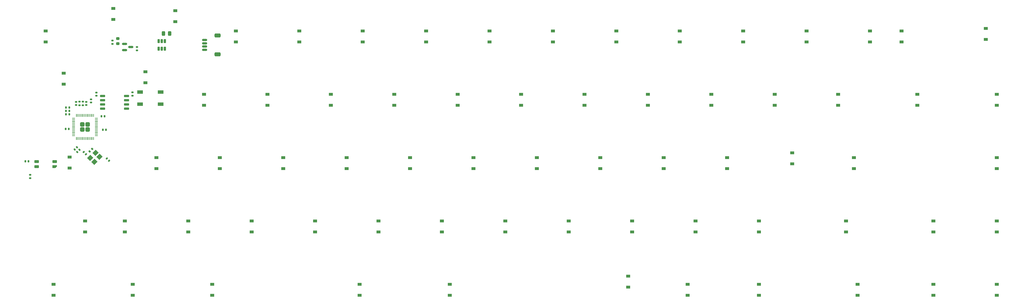
<source format=gbr>
%TF.GenerationSoftware,KiCad,Pcbnew,7.0.1*%
%TF.CreationDate,2023-04-18T09:41:53+03:00*%
%TF.ProjectId,rp2040-bakeneko65,72703230-3430-42d6-9261-6b656e656b6f,rev?*%
%TF.SameCoordinates,Original*%
%TF.FileFunction,Paste,Bot*%
%TF.FilePolarity,Positive*%
%FSLAX46Y46*%
G04 Gerber Fmt 4.6, Leading zero omitted, Abs format (unit mm)*
G04 Created by KiCad (PCBNEW 7.0.1) date 2023-04-18 09:41:53*
%MOMM*%
%LPD*%
G01*
G04 APERTURE LIST*
G04 Aperture macros list*
%AMRoundRect*
0 Rectangle with rounded corners*
0 $1 Rounding radius*
0 $2 $3 $4 $5 $6 $7 $8 $9 X,Y pos of 4 corners*
0 Add a 4 corners polygon primitive as box body*
4,1,4,$2,$3,$4,$5,$6,$7,$8,$9,$2,$3,0*
0 Add four circle primitives for the rounded corners*
1,1,$1+$1,$2,$3*
1,1,$1+$1,$4,$5*
1,1,$1+$1,$6,$7*
1,1,$1+$1,$8,$9*
0 Add four rect primitives between the rounded corners*
20,1,$1+$1,$2,$3,$4,$5,0*
20,1,$1+$1,$4,$5,$6,$7,0*
20,1,$1+$1,$6,$7,$8,$9,0*
20,1,$1+$1,$8,$9,$2,$3,0*%
%AMRotRect*
0 Rectangle, with rotation*
0 The origin of the aperture is its center*
0 $1 length*
0 $2 width*
0 $3 Rotation angle, in degrees counterclockwise*
0 Add horizontal line*
21,1,$1,$2,0,0,$3*%
%AMFreePoly0*
4,1,18,-0.410000,0.593000,-0.403758,0.624380,-0.385983,0.650983,-0.359380,0.668758,-0.328000,0.675000,0.328000,0.675000,0.359380,0.668758,0.385983,0.650983,0.403758,0.624380,0.410000,0.593000,0.410000,-0.593000,0.403758,-0.624380,0.385983,-0.650983,0.359380,-0.668758,0.328000,-0.675000,0.000000,-0.675000,-0.410000,-0.265000,-0.410000,0.593000,-0.410000,0.593000,$1*%
G04 Aperture macros list end*
%ADD10RoundRect,0.140000X0.140000X0.170000X-0.140000X0.170000X-0.140000X-0.170000X0.140000X-0.170000X0*%
%ADD11R,1.200000X0.900000*%
%ADD12RoundRect,0.140000X0.170000X-0.140000X0.170000X0.140000X-0.170000X0.140000X-0.170000X-0.140000X0*%
%ADD13RoundRect,0.135000X-0.185000X0.135000X-0.185000X-0.135000X0.185000X-0.135000X0.185000X0.135000X0*%
%ADD14RoundRect,0.082000X0.593000X-0.328000X0.593000X0.328000X-0.593000X0.328000X-0.593000X-0.328000X0*%
%ADD15FreePoly0,90.000000*%
%ADD16RoundRect,0.140000X-0.021213X0.219203X-0.219203X0.021213X0.021213X-0.219203X0.219203X-0.021213X0*%
%ADD17R,1.800000X1.100000*%
%ADD18RoundRect,0.140000X-0.140000X-0.170000X0.140000X-0.170000X0.140000X0.170000X-0.140000X0.170000X0*%
%ADD19RoundRect,0.050000X0.050000X0.387500X-0.050000X0.387500X-0.050000X-0.387500X0.050000X-0.387500X0*%
%ADD20RoundRect,0.050000X0.387500X0.050000X-0.387500X0.050000X-0.387500X-0.050000X0.387500X-0.050000X0*%
%ADD21RoundRect,0.249999X0.395001X0.395001X-0.395001X0.395001X-0.395001X-0.395001X0.395001X-0.395001X0*%
%ADD22RoundRect,0.140000X-0.219203X-0.021213X-0.021213X-0.219203X0.219203X0.021213X0.021213X0.219203X0*%
%ADD23RotRect,1.400000X1.200000X45.000000*%
%ADD24RoundRect,0.135000X0.185000X-0.135000X0.185000X0.135000X-0.185000X0.135000X-0.185000X-0.135000X0*%
%ADD25RoundRect,0.140000X0.219203X0.021213X0.021213X0.219203X-0.219203X-0.021213X-0.021213X-0.219203X0*%
%ADD26RoundRect,0.150000X-0.587500X-0.150000X0.587500X-0.150000X0.587500X0.150000X-0.587500X0.150000X0*%
%ADD27RoundRect,0.150000X0.650000X0.150000X-0.650000X0.150000X-0.650000X-0.150000X0.650000X-0.150000X0*%
%ADD28RoundRect,0.140000X-0.170000X0.140000X-0.170000X-0.140000X0.170000X-0.140000X0.170000X0.140000X0*%
%ADD29RoundRect,0.150000X0.150000X-0.475000X0.150000X0.475000X-0.150000X0.475000X-0.150000X-0.475000X0*%
%ADD30RoundRect,0.150000X-0.625000X0.150000X-0.625000X-0.150000X0.625000X-0.150000X0.625000X0.150000X0*%
%ADD31RoundRect,0.250000X-0.650000X0.350000X-0.650000X-0.350000X0.650000X-0.350000X0.650000X0.350000X0*%
%ADD32RoundRect,0.225000X0.250000X-0.225000X0.250000X0.225000X-0.250000X0.225000X-0.250000X-0.225000X0*%
%ADD33RoundRect,0.135000X0.035355X-0.226274X0.226274X-0.035355X-0.035355X0.226274X-0.226274X0.035355X0*%
%ADD34RoundRect,0.243750X-0.243750X-0.456250X0.243750X-0.456250X0.243750X0.456250X-0.243750X0.456250X0*%
G04 APERTURE END LIST*
D10*
%TO.C,C15*%
X83309194Y-121074731D03*
X82349194Y-121074731D03*
%TD*%
D11*
%TO.C,D29*%
X295275000Y-118331250D03*
X295275000Y-115031250D03*
%TD*%
%TO.C,D56*%
X176212500Y-156431250D03*
X176212500Y-153131250D03*
%TD*%
%TO.C,D40*%
X185737500Y-137381250D03*
X185737500Y-134081250D03*
%TD*%
%TO.C,D14*%
X323850000Y-99281250D03*
X323850000Y-95981250D03*
%TD*%
%TO.C,D39*%
X166687500Y-137381250D03*
X166687500Y-134081250D03*
%TD*%
%TO.C,D49*%
X361950000Y-137381250D03*
X361950000Y-134081250D03*
%TD*%
%TO.C,D43*%
X242887500Y-137381250D03*
X242887500Y-134081250D03*
%TD*%
D10*
%TO.C,C14*%
X83309194Y-120058731D03*
X82349194Y-120058731D03*
%TD*%
D11*
%TO.C,D84*%
X361950000Y-175481250D03*
X361950000Y-172181250D03*
%TD*%
D12*
%TO.C,C5*%
X96266000Y-99893000D03*
X96266000Y-98933000D03*
%TD*%
D11*
%TO.C,D52*%
X100012500Y-156431250D03*
X100012500Y-153131250D03*
%TD*%
%TO.C,D77*%
X251206000Y-173099000D03*
X251206000Y-169799000D03*
%TD*%
%TO.C,D1*%
X76200000Y-99281250D03*
X76200000Y-95981250D03*
%TD*%
D12*
%TO.C,C6*%
X85372006Y-118296732D03*
X85372006Y-117336732D03*
%TD*%
%TO.C,C1*%
X91440000Y-115514000D03*
X91440000Y-114554000D03*
%TD*%
D11*
%TO.C,D70*%
X126238000Y-175514000D03*
X126238000Y-172214000D03*
%TD*%
D13*
%TO.C,R2*%
X86388006Y-117306732D03*
X86388006Y-118326732D03*
%TD*%
D14*
%TO.C,LED1*%
X73475000Y-135298750D03*
X73475000Y-136798750D03*
X78925000Y-135298750D03*
D15*
X78925000Y-136798750D03*
%TD*%
D10*
%TO.C,C16*%
X83157000Y-125476000D03*
X82197000Y-125476000D03*
%TD*%
D11*
%TO.C,D24*%
X200025000Y-118331250D03*
X200025000Y-115031250D03*
%TD*%
%TO.C,D68*%
X102393750Y-175481250D03*
X102393750Y-172181250D03*
%TD*%
D12*
%TO.C,C8*%
X89817006Y-117534732D03*
X89817006Y-116574732D03*
%TD*%
D11*
%TO.C,D72*%
X170561000Y-175513000D03*
X170561000Y-172213000D03*
%TD*%
%TO.C,D33*%
X361950000Y-118331250D03*
X361950000Y-115031250D03*
%TD*%
%TO.C,D18*%
X81661000Y-112013000D03*
X81661000Y-108713000D03*
%TD*%
%TO.C,D38*%
X147637500Y-137381250D03*
X147637500Y-134081250D03*
%TD*%
D16*
%TO.C,C11*%
X86385194Y-131742731D03*
X85706372Y-132421553D03*
%TD*%
D11*
%TO.C,D35*%
X83439000Y-137285000D03*
X83439000Y-133985000D03*
%TD*%
%TO.C,D51*%
X88106250Y-156431250D03*
X88106250Y-153131250D03*
%TD*%
%TO.C,D37*%
X128587500Y-137381250D03*
X128587500Y-134081250D03*
%TD*%
%TO.C,D30*%
X314325000Y-118331250D03*
X314325000Y-115031250D03*
%TD*%
%TO.C,D46*%
X300482000Y-136016000D03*
X300482000Y-132716000D03*
%TD*%
%TO.C,D7*%
X190500000Y-99281250D03*
X190500000Y-95981250D03*
%TD*%
D17*
%TO.C,SW85*%
X110796000Y-114355000D03*
X104596000Y-114355000D03*
X110796000Y-118055000D03*
X104596000Y-118055000D03*
%TD*%
D11*
%TO.C,D58*%
X214312500Y-156431250D03*
X214312500Y-153131250D03*
%TD*%
%TO.C,D82*%
X320167000Y-175481250D03*
X320167000Y-172181250D03*
%TD*%
%TO.C,D27*%
X257175000Y-118331250D03*
X257175000Y-115031250D03*
%TD*%
D18*
%TO.C,C12*%
X92992000Y-121666000D03*
X93952000Y-121666000D03*
%TD*%
D11*
%TO.C,D80*%
X290512500Y-175481250D03*
X290512500Y-172181250D03*
%TD*%
%TO.C,D5*%
X152400000Y-99281250D03*
X152400000Y-95981250D03*
%TD*%
%TO.C,D64*%
X342900000Y-156431250D03*
X342900000Y-153131250D03*
%TD*%
%TO.C,D61*%
X271462500Y-156431250D03*
X271462500Y-153131250D03*
%TD*%
D19*
%TO.C,U1*%
X90630506Y-121450232D03*
X90230506Y-121450232D03*
X89830506Y-121450232D03*
X89430506Y-121450232D03*
X89030506Y-121450232D03*
X88630506Y-121450232D03*
X88230506Y-121450232D03*
X87830506Y-121450232D03*
X87430506Y-121450232D03*
X87030506Y-121450232D03*
X86630506Y-121450232D03*
X86230506Y-121450232D03*
X85830506Y-121450232D03*
X85430506Y-121450232D03*
D20*
X84593006Y-122287732D03*
X84593006Y-122687732D03*
X84593006Y-123087732D03*
X84593006Y-123487732D03*
X84593006Y-123887732D03*
X84593006Y-124287732D03*
X84593006Y-124687732D03*
X84593006Y-125087732D03*
X84593006Y-125487732D03*
X84593006Y-125887732D03*
X84593006Y-126287732D03*
X84593006Y-126687732D03*
X84593006Y-127087732D03*
X84593006Y-127487732D03*
D19*
X85430506Y-128325232D03*
X85830506Y-128325232D03*
X86230506Y-128325232D03*
X86630506Y-128325232D03*
X87030506Y-128325232D03*
X87430506Y-128325232D03*
X87830506Y-128325232D03*
X88230506Y-128325232D03*
X88630506Y-128325232D03*
X89030506Y-128325232D03*
X89430506Y-128325232D03*
X89830506Y-128325232D03*
X90230506Y-128325232D03*
X90630506Y-128325232D03*
D20*
X91468006Y-127487732D03*
X91468006Y-127087732D03*
X91468006Y-126687732D03*
X91468006Y-126287732D03*
X91468006Y-125887732D03*
X91468006Y-125487732D03*
X91468006Y-125087732D03*
X91468006Y-124687732D03*
X91468006Y-124287732D03*
X91468006Y-123887732D03*
X91468006Y-123487732D03*
X91468006Y-123087732D03*
X91468006Y-122687732D03*
X91468006Y-122287732D03*
D21*
X87230506Y-124087732D03*
X87230506Y-125687732D03*
X88830506Y-124087732D03*
X88830506Y-125687732D03*
%TD*%
D11*
%TO.C,D11*%
X266700000Y-99281250D03*
X266700000Y-95981250D03*
%TD*%
D22*
%TO.C,C3*%
X87677441Y-132438663D03*
X88356263Y-133117485D03*
%TD*%
D11*
%TO.C,D54*%
X138112500Y-156431250D03*
X138112500Y-153131250D03*
%TD*%
%TO.C,D21*%
X142875000Y-118331250D03*
X142875000Y-115031250D03*
%TD*%
%TO.C,D15*%
X333375000Y-99281250D03*
X333375000Y-95981250D03*
%TD*%
D10*
%TO.C,C10*%
X83309194Y-119042731D03*
X82349194Y-119042731D03*
%TD*%
D11*
%TO.C,D65*%
X361950000Y-156431250D03*
X361950000Y-153131250D03*
%TD*%
D23*
%TO.C,Y1*%
X89636218Y-134206708D03*
X91191853Y-132651073D03*
X92393934Y-133853154D03*
X90838299Y-135408789D03*
%TD*%
D11*
%TO.C,D62*%
X290512500Y-156431250D03*
X290512500Y-153131250D03*
%TD*%
%TO.C,D2*%
X96520000Y-92582000D03*
X96520000Y-89282000D03*
%TD*%
%TO.C,D22*%
X161925000Y-118331250D03*
X161925000Y-115031250D03*
%TD*%
%TO.C,D28*%
X276225000Y-118331250D03*
X276225000Y-115031250D03*
%TD*%
D24*
%TO.C,R5*%
X71577200Y-140260800D03*
X71577200Y-139240800D03*
%TD*%
D16*
%TO.C,C7*%
X85623194Y-130980731D03*
X84944372Y-131659553D03*
%TD*%
D11*
%TO.C,D59*%
X233362500Y-156431250D03*
X233362500Y-153131250D03*
%TD*%
%TO.C,D8*%
X209550000Y-99281250D03*
X209550000Y-95981250D03*
%TD*%
%TO.C,D25*%
X219075000Y-118331250D03*
X219075000Y-115031250D03*
%TD*%
%TO.C,D4*%
X133350000Y-99281250D03*
X133350000Y-95981250D03*
%TD*%
%TO.C,D41*%
X204787500Y-137381250D03*
X204787500Y-134081250D03*
%TD*%
%TO.C,D74*%
X197643750Y-175481250D03*
X197643750Y-172181250D03*
%TD*%
%TO.C,D57*%
X195262500Y-156431250D03*
X195262500Y-153131250D03*
%TD*%
%TO.C,D26*%
X238125000Y-118331250D03*
X238125000Y-115031250D03*
%TD*%
%TO.C,D55*%
X157162500Y-156431250D03*
X157162500Y-153131250D03*
%TD*%
%TO.C,D44*%
X261937500Y-137381250D03*
X261937500Y-134081250D03*
%TD*%
%TO.C,D16*%
X358648000Y-98551000D03*
X358648000Y-95251000D03*
%TD*%
D25*
%TO.C,C2*%
X95278006Y-135088732D03*
X94599184Y-134409910D03*
%TD*%
D26*
%TO.C,U3*%
X99900500Y-101788000D03*
X99900500Y-99888000D03*
X101775500Y-100838000D03*
%TD*%
D11*
%TO.C,D19*%
X106172000Y-111632000D03*
X106172000Y-108332000D03*
%TD*%
%TO.C,D36*%
X109537500Y-137381250D03*
X109537500Y-134081250D03*
%TD*%
D18*
%TO.C,C17*%
X93373000Y-125730000D03*
X94333000Y-125730000D03*
%TD*%
D13*
%TO.C,R1*%
X87404006Y-117306732D03*
X87404006Y-118326732D03*
%TD*%
D11*
%TO.C,D12*%
X285750000Y-99281250D03*
X285750000Y-95981250D03*
%TD*%
%TO.C,D10*%
X247650000Y-99281250D03*
X247650000Y-95981250D03*
%TD*%
D27*
%TO.C,U2*%
X100533200Y-115570000D03*
X100533200Y-116840000D03*
X100533200Y-118110000D03*
X100533200Y-119380000D03*
X93333200Y-119380000D03*
X93333200Y-118110000D03*
X93333200Y-116840000D03*
X93333200Y-115570000D03*
%TD*%
D11*
%TO.C,D9*%
X228600000Y-99281250D03*
X228600000Y-95981250D03*
%TD*%
D28*
%TO.C,C4*%
X103632000Y-100866000D03*
X103632000Y-101826000D03*
%TD*%
D29*
%TO.C,U4*%
X112075000Y-101378000D03*
X111125000Y-101378000D03*
X110175000Y-101378000D03*
X110175000Y-99028000D03*
X111125000Y-99028000D03*
X112075000Y-99028000D03*
%TD*%
D30*
%TO.C,J1*%
X124014000Y-98709000D03*
X124014000Y-99709000D03*
X124014000Y-100709000D03*
X124014000Y-101709000D03*
D31*
X127889000Y-97409000D03*
X127889000Y-103009000D03*
%TD*%
D32*
%TO.C,C9*%
X97917000Y-98272000D03*
X97917000Y-99822000D03*
%TD*%
D11*
%TO.C,D83*%
X342900000Y-175481250D03*
X342900000Y-172181250D03*
%TD*%
%TO.C,D20*%
X123825000Y-118331250D03*
X123825000Y-115031250D03*
%TD*%
D18*
%TO.C,C18*%
X70104000Y-135255000D03*
X71064000Y-135255000D03*
%TD*%
D11*
%TO.C,D31*%
X338137500Y-118331250D03*
X338137500Y-115031250D03*
%TD*%
%TO.C,D13*%
X304800000Y-99281250D03*
X304800000Y-95981250D03*
%TD*%
%TO.C,D63*%
X316706250Y-156431250D03*
X316706250Y-153131250D03*
%TD*%
%TO.C,D42*%
X223837500Y-137381250D03*
X223837500Y-134081250D03*
%TD*%
%TO.C,D45*%
X280987500Y-137381250D03*
X280987500Y-134081250D03*
%TD*%
%TO.C,D3*%
X115189000Y-93217000D03*
X115189000Y-89917000D03*
%TD*%
%TO.C,D53*%
X119062500Y-156431250D03*
X119062500Y-153131250D03*
%TD*%
%TO.C,D66*%
X78581250Y-175481250D03*
X78581250Y-172181250D03*
%TD*%
D13*
%TO.C,R3*%
X102260400Y-114501200D03*
X102260400Y-115521200D03*
%TD*%
D33*
%TO.C,R4*%
X89454604Y-132229322D03*
X90175852Y-131508074D03*
%TD*%
D11*
%TO.C,D47*%
X319087500Y-137381250D03*
X319087500Y-134081250D03*
%TD*%
D12*
%TO.C,C13*%
X88420006Y-118296732D03*
X88420006Y-117336732D03*
%TD*%
D11*
%TO.C,D60*%
X252412500Y-156431250D03*
X252412500Y-153131250D03*
%TD*%
D34*
%TO.C,F1*%
X111584500Y-96774000D03*
X113459500Y-96774000D03*
%TD*%
D11*
%TO.C,D23*%
X180975000Y-118331250D03*
X180975000Y-115031250D03*
%TD*%
%TO.C,D6*%
X171450000Y-95981250D03*
X171450000Y-99281250D03*
%TD*%
%TO.C,D79*%
X269081250Y-175481250D03*
X269081250Y-172181250D03*
%TD*%
M02*

</source>
